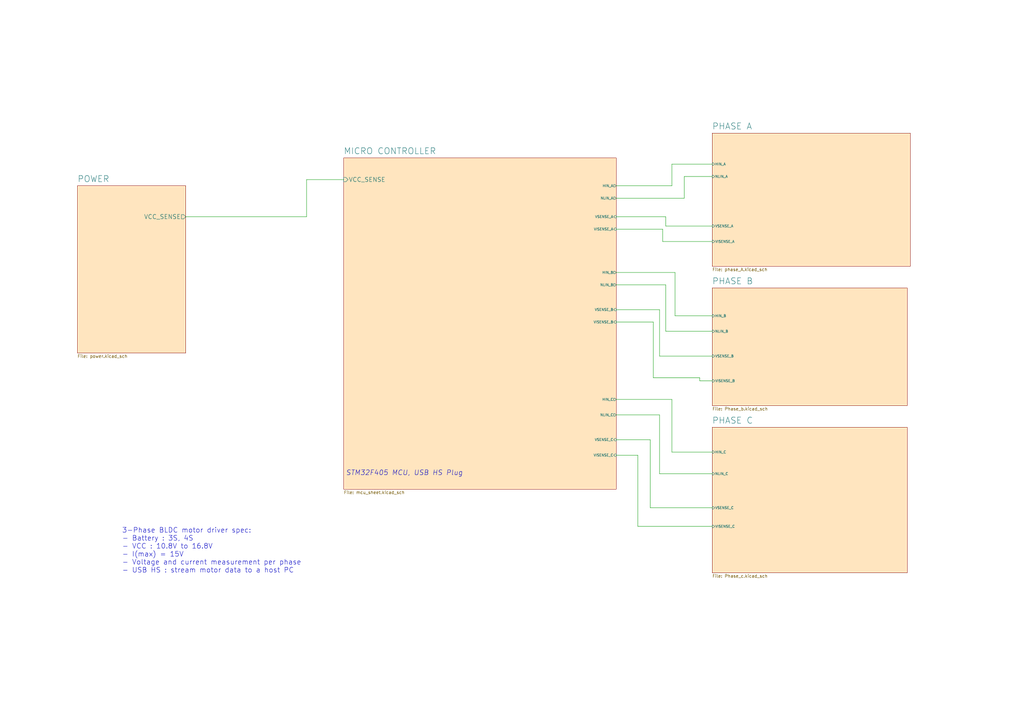
<source format=kicad_sch>
(kicad_sch
	(version 20231120)
	(generator "eeschema")
	(generator_version "8.0")
	(uuid "73b59947-3dcc-4e38-bfed-ceda73ea509d")
	(paper "A3")
	(lib_symbols)
	(wire
		(pts
			(xy 270.51 170.18) (xy 270.51 194.31)
		)
		(stroke
			(width 0)
			(type default)
		)
		(uuid "095c1d9e-651c-4218-9f9a-e8bc23ee9942")
	)
	(wire
		(pts
			(xy 266.7 180.34) (xy 266.7 208.28)
		)
		(stroke
			(width 0)
			(type default)
		)
		(uuid "0a1380bf-9321-45b5-afd0-d3690d15c8af")
	)
	(wire
		(pts
			(xy 270.51 146.05) (xy 292.1 146.05)
		)
		(stroke
			(width 0)
			(type default)
		)
		(uuid "0a344226-b1ee-4777-847d-54f9b1f8381c")
	)
	(wire
		(pts
			(xy 276.86 129.54) (xy 292.1 129.54)
		)
		(stroke
			(width 0)
			(type default)
		)
		(uuid "11f01534-dcfd-489f-b7ab-3c302bff4920")
	)
	(wire
		(pts
			(xy 275.59 67.31) (xy 292.1 67.31)
		)
		(stroke
			(width 0)
			(type default)
		)
		(uuid "1756c1da-d6bd-4f87-a4d6-bc4893ce0113")
	)
	(wire
		(pts
			(xy 252.73 88.9) (xy 273.05 88.9)
		)
		(stroke
			(width 0)
			(type default)
		)
		(uuid "20519ff3-0346-416a-b422-3a987935be7b")
	)
	(wire
		(pts
			(xy 252.73 111.76) (xy 276.86 111.76)
		)
		(stroke
			(width 0)
			(type default)
		)
		(uuid "292871e4-308e-45ce-9ddf-938b09ea48f1")
	)
	(wire
		(pts
			(xy 273.05 135.89) (xy 292.1 135.89)
		)
		(stroke
			(width 0)
			(type default)
		)
		(uuid "32ffc039-16da-4ecd-91f0-9ea707db2417")
	)
	(wire
		(pts
			(xy 252.73 186.69) (xy 261.62 186.69)
		)
		(stroke
			(width 0)
			(type default)
		)
		(uuid "3739500f-6795-4697-aa2b-ab472e3aab49")
	)
	(wire
		(pts
			(xy 271.78 93.98) (xy 271.78 99.06)
		)
		(stroke
			(width 0)
			(type default)
		)
		(uuid "3ba2d1d3-e51a-4fad-bf58-722d37a648a0")
	)
	(wire
		(pts
			(xy 252.73 81.28) (xy 280.67 81.28)
		)
		(stroke
			(width 0)
			(type default)
		)
		(uuid "434347f5-2404-48c5-a33c-c155f2dd0899")
	)
	(wire
		(pts
			(xy 252.73 163.83) (xy 275.59 163.83)
		)
		(stroke
			(width 0)
			(type default)
		)
		(uuid "5276c199-1329-4761-a6a4-741f095ee088")
	)
	(wire
		(pts
			(xy 280.67 81.28) (xy 280.67 72.39)
		)
		(stroke
			(width 0)
			(type default)
		)
		(uuid "56b1b45d-e6c8-4eba-a999-50fbc6cab920")
	)
	(wire
		(pts
			(xy 252.73 93.98) (xy 271.78 93.98)
		)
		(stroke
			(width 0)
			(type default)
		)
		(uuid "5b11b29b-b236-4cf8-a65d-245ebc8d3f16")
	)
	(wire
		(pts
			(xy 125.73 73.66) (xy 140.97 73.66)
		)
		(stroke
			(width 0)
			(type default)
		)
		(uuid "61b3200e-b16b-4f4c-9b70-e8f68be230d4")
	)
	(wire
		(pts
			(xy 275.59 185.42) (xy 292.1 185.42)
		)
		(stroke
			(width 0)
			(type default)
		)
		(uuid "6487f9f8-d913-4f44-8875-6d69ea994769")
	)
	(wire
		(pts
			(xy 125.73 88.9) (xy 125.73 73.66)
		)
		(stroke
			(width 0)
			(type default)
		)
		(uuid "69efcdad-2594-4c66-a0e1-26e1bbbf3f5d")
	)
	(wire
		(pts
			(xy 267.97 154.94) (xy 287.02 154.94)
		)
		(stroke
			(width 0)
			(type default)
		)
		(uuid "6b95799b-7ebb-4444-ba27-44900473df40")
	)
	(wire
		(pts
			(xy 287.02 154.94) (xy 287.02 156.21)
		)
		(stroke
			(width 0)
			(type default)
		)
		(uuid "6e9aecaa-8b5d-4e1a-a0a6-bbf199368966")
	)
	(wire
		(pts
			(xy 252.73 170.18) (xy 270.51 170.18)
		)
		(stroke
			(width 0)
			(type default)
		)
		(uuid "7261dc17-9d7d-4226-b59b-2d493320f6fc")
	)
	(wire
		(pts
			(xy 275.59 163.83) (xy 275.59 185.42)
		)
		(stroke
			(width 0)
			(type default)
		)
		(uuid "73c7fdbe-6118-48bf-91ea-84b015b64a2a")
	)
	(wire
		(pts
			(xy 261.62 186.69) (xy 261.62 215.9)
		)
		(stroke
			(width 0)
			(type default)
		)
		(uuid "74e1c1fc-40bd-4086-9238-2da63ab8274c")
	)
	(wire
		(pts
			(xy 275.59 76.2) (xy 275.59 67.31)
		)
		(stroke
			(width 0)
			(type default)
		)
		(uuid "750b429e-7d40-4cc5-8b2e-957dad4e09c5")
	)
	(wire
		(pts
			(xy 252.73 127) (xy 270.51 127)
		)
		(stroke
			(width 0)
			(type default)
		)
		(uuid "79be3934-61c2-4dd6-9bea-02192de05020")
	)
	(wire
		(pts
			(xy 252.73 76.2) (xy 275.59 76.2)
		)
		(stroke
			(width 0)
			(type default)
		)
		(uuid "7c15e79c-5969-4632-ac1e-99d4659eaae1")
	)
	(wire
		(pts
			(xy 287.02 156.21) (xy 292.1 156.21)
		)
		(stroke
			(width 0)
			(type default)
		)
		(uuid "7d5137a3-d5f0-4737-a9bc-8d905d4e50d6")
	)
	(wire
		(pts
			(xy 252.73 132.08) (xy 267.97 132.08)
		)
		(stroke
			(width 0)
			(type default)
		)
		(uuid "8cac66ad-f4ab-4ab4-843b-32b95d239003")
	)
	(wire
		(pts
			(xy 252.73 116.84) (xy 273.05 116.84)
		)
		(stroke
			(width 0)
			(type default)
		)
		(uuid "97df5ff4-1640-4db1-bb2d-14653515a11b")
	)
	(wire
		(pts
			(xy 261.62 215.9) (xy 292.1 215.9)
		)
		(stroke
			(width 0)
			(type default)
		)
		(uuid "9ba7bfe3-235e-463c-aece-beda16e8aa53")
	)
	(wire
		(pts
			(xy 271.78 99.06) (xy 292.1 99.06)
		)
		(stroke
			(width 0)
			(type default)
		)
		(uuid "ad3e20af-906e-4a1d-b79d-68c785022462")
	)
	(wire
		(pts
			(xy 270.51 194.31) (xy 292.1 194.31)
		)
		(stroke
			(width 0)
			(type default)
		)
		(uuid "b032c050-162b-42fb-92ea-fc7e9547c545")
	)
	(wire
		(pts
			(xy 273.05 92.71) (xy 292.1 92.71)
		)
		(stroke
			(width 0)
			(type default)
		)
		(uuid "b4f0e412-7c5d-4ea1-9377-74c90c71bb44")
	)
	(wire
		(pts
			(xy 76.2 88.9) (xy 125.73 88.9)
		)
		(stroke
			(width 0)
			(type default)
		)
		(uuid "b522dafc-340e-4423-a732-126d7995d663")
	)
	(wire
		(pts
			(xy 276.86 111.76) (xy 276.86 129.54)
		)
		(stroke
			(width 0)
			(type default)
		)
		(uuid "b99e5bff-c9df-434d-b0d3-cf578b5a912e")
	)
	(wire
		(pts
			(xy 267.97 132.08) (xy 267.97 154.94)
		)
		(stroke
			(width 0)
			(type default)
		)
		(uuid "cb77c555-cecf-4d7d-98ef-c1160ebca85a")
	)
	(wire
		(pts
			(xy 280.67 72.39) (xy 292.1 72.39)
		)
		(stroke
			(width 0)
			(type default)
		)
		(uuid "d6e384f4-c915-4d0f-9efe-89099bd692ed")
	)
	(wire
		(pts
			(xy 273.05 88.9) (xy 273.05 92.71)
		)
		(stroke
			(width 0)
			(type default)
		)
		(uuid "d9bbb640-2d01-498d-a6de-4cae73be656b")
	)
	(wire
		(pts
			(xy 266.7 208.28) (xy 292.1 208.28)
		)
		(stroke
			(width 0)
			(type default)
		)
		(uuid "dd40a942-9753-48c6-bd00-7dae01856f60")
	)
	(wire
		(pts
			(xy 252.73 180.34) (xy 266.7 180.34)
		)
		(stroke
			(width 0)
			(type default)
		)
		(uuid "e42a257f-caab-4b3a-9d35-d9d6d3035ac9")
	)
	(wire
		(pts
			(xy 273.05 116.84) (xy 273.05 135.89)
		)
		(stroke
			(width 0)
			(type default)
		)
		(uuid "f9d721d1-d15c-4e9a-a5f6-76e264a464ec")
	)
	(wire
		(pts
			(xy 270.51 127) (xy 270.51 146.05)
		)
		(stroke
			(width 0)
			(type default)
		)
		(uuid "fd2777b9-83f2-4d50-bc78-ae5739390507")
	)
	(text "3-Phase BLDC motor driver spec:\n- Battery : 3S, 4S\n- VCC : 10.8V to 16.8V\n- I(max) = 15V\n- Voltage and current measurement per phase\n- USB HS : stream motor data to a host PC"
		(exclude_from_sim no)
		(at 50.038 225.806 0)
		(effects
			(font
				(size 2.032 2.032)
			)
			(justify left)
		)
		(uuid "2f7cea2e-8685-435e-b3fe-bf74eb4c9605")
	)
	(text "STM32F405 MCU, USB HS Plug"
		(exclude_from_sim no)
		(at 165.862 194.056 0)
		(effects
			(font
				(size 2.032 2.032)
				(italic yes)
			)
		)
		(uuid "33090657-7bb7-4155-90c9-d4e18ba2fc64")
	)
	(sheet
		(at 292.1 175.26)
		(size 80.01 59.69)
		(fields_autoplaced yes)
		(stroke
			(width 0.1524)
			(type solid)
		)
		(fill
			(color 255 229 191 1.0000)
		)
		(uuid "21ab623b-3fdd-4de4-95ee-8adb69095c87")
		(property "Sheetname" "PHASE C"
			(at 292.1 173.9134 0)
			(effects
				(font
					(size 2.54 2.54)
				)
				(justify left bottom)
			)
		)
		(property "Sheetfile" "Phase_c.kicad_sch"
			(at 292.1 235.5346 0)
			(effects
				(font
					(size 1.27 1.27)
				)
				(justify left top)
			)
		)
		(pin "VISENSE_C" input
			(at 292.1 215.9 180)
			(effects
				(font
					(size 1.016 1.016)
				)
				(justify left)
			)
			(uuid "88db8ac2-52a0-4b51-aff4-dbeb305885c6")
		)
		(pin "HIN_C" input
			(at 292.1 185.42 180)
			(effects
				(font
					(size 1.016 1.016)
				)
				(justify left)
			)
			(uuid "c816a091-b6e0-47f9-a26c-fb4018501541")
		)
		(pin "NLIN_C" input
			(at 292.1 194.31 180)
			(effects
				(font
					(size 1.016 1.016)
				)
				(justify left)
			)
			(uuid "2ed3b060-1850-4650-a825-2caa8c09c74d")
		)
		(pin "VSENSE_C" input
			(at 292.1 208.28 180)
			(effects
				(font
					(size 1.016 1.016)
				)
				(justify left)
			)
			(uuid "ee2deda2-203b-481a-8212-0263762a360a")
		)
		(instances
			(project "ESC_motor_controller"
				(path "/73b59947-3dcc-4e38-bfed-ceda73ea509d"
					(page "5")
				)
			)
		)
	)
	(sheet
		(at 292.1 118.11)
		(size 80.01 48.26)
		(fields_autoplaced yes)
		(stroke
			(width 0.1524)
			(type solid)
		)
		(fill
			(color 255 229 191 1.0000)
		)
		(uuid "58a10393-03bf-4140-9d1d-7332051f4bb6")
		(property "Sheetname" "PHASE B"
			(at 292.1 116.7634 0)
			(effects
				(font
					(size 2.54 2.54)
				)
				(justify left bottom)
			)
		)
		(property "Sheetfile" "Phase_b.kicad_sch"
			(at 292.1 166.9546 0)
			(effects
				(font
					(size 1.27 1.27)
				)
				(justify left top)
			)
		)
		(pin "HIN_B" input
			(at 292.1 129.54 180)
			(effects
				(font
					(size 1.016 1.016)
				)
				(justify left)
			)
			(uuid "bf6f4aa7-e61f-4794-9dd5-2a35953c4c7a")
		)
		(pin "NLIN_B" input
			(at 292.1 135.89 180)
			(effects
				(font
					(size 1.016 1.016)
				)
				(justify left)
			)
			(uuid "328fea72-b1c3-4399-b771-d9e7fddc581b")
		)
		(pin "VSENSE_B" input
			(at 292.1 146.05 180)
			(effects
				(font
					(size 1.016 1.016)
				)
				(justify left)
			)
			(uuid "35593a60-cf13-49d0-a9b3-214555e3e75a")
		)
		(pin "VISENSE_B" input
			(at 292.1 156.21 180)
			(effects
				(font
					(size 1.016 1.016)
				)
				(justify left)
			)
			(uuid "907b760a-05b6-4dde-9283-12a2ceddaf00")
		)
		(instances
			(project "ESC_motor_controller"
				(path "/73b59947-3dcc-4e38-bfed-ceda73ea509d"
					(page "4")
				)
			)
		)
	)
	(sheet
		(at 31.75 76.2)
		(size 44.45 68.58)
		(fields_autoplaced yes)
		(stroke
			(width 0.1524)
			(type solid)
		)
		(fill
			(color 255 229 191 1.0000)
		)
		(uuid "5cdf1cff-544a-466d-9555-0d871c3effe5")
		(property "Sheetname" "POWER"
			(at 31.75 74.8534 0)
			(effects
				(font
					(size 2.54 2.54)
				)
				(justify left bottom)
			)
		)
		(property "Sheetfile" "power.kicad_sch"
			(at 31.75 145.3646 0)
			(effects
				(font
					(size 1.27 1.27)
				)
				(justify left top)
			)
		)
		(pin "VCC_SENSE" output
			(at 76.2 88.9 0)
			(effects
				(font
					(size 1.778 1.778)
				)
				(justify right)
			)
			(uuid "7f1a0cc9-905c-40a7-9f1f-49052606fecb")
		)
		(instances
			(project "ESC_motor_controller"
				(path "/73b59947-3dcc-4e38-bfed-ceda73ea509d"
					(page "1")
				)
			)
		)
	)
	(sheet
		(at 292.1 54.61)
		(size 81.28 54.61)
		(fields_autoplaced yes)
		(stroke
			(width 0.1524)
			(type solid)
		)
		(fill
			(color 255 229 191 1.0000)
		)
		(uuid "9188857e-844e-42da-b347-0e5153abaa5e")
		(property "Sheetname" "PHASE A"
			(at 292.1 53.2634 0)
			(effects
				(font
					(size 2.54 2.54)
				)
				(justify left bottom)
			)
		)
		(property "Sheetfile" "phase_A.kicad_sch"
			(at 292.1 109.8046 0)
			(effects
				(font
					(size 1.27 1.27)
				)
				(justify left top)
			)
		)
		(pin "VSENSE_A" input
			(at 292.1 92.71 180)
			(effects
				(font
					(size 1.016 1.016)
				)
				(justify left)
			)
			(uuid "b246a04f-9f34-4b6d-9336-f2829712c5af")
		)
		(pin "VISENSE_A" input
			(at 292.1 99.06 180)
			(effects
				(font
					(size 1.016 1.016)
				)
				(justify left)
			)
			(uuid "e3738ac3-5a94-418b-bf56-8a727117b53b")
		)
		(pin "HIN_A" input
			(at 292.1 67.31 180)
			(effects
				(font
					(size 1.016 1.016)
				)
				(justify left)
			)
			(uuid "40f35d4e-4c27-4a06-ba79-fc47c2b5eeef")
		)
		(pin "NLIN_A" input
			(at 292.1 72.39 180)
			(effects
				(font
					(size 1.016 1.016)
				)
				(justify left)
			)
			(uuid "94c501d3-8f34-4bfb-8d99-c626ea040cfe")
		)
		(instances
			(project "ESC_motor_controller"
				(path "/73b59947-3dcc-4e38-bfed-ceda73ea509d"
					(page "3")
				)
			)
		)
	)
	(sheet
		(at 140.97 64.77)
		(size 111.76 135.89)
		(fields_autoplaced yes)
		(stroke
			(width 0.1524)
			(type solid)
		)
		(fill
			(color 255 229 191 1.0000)
		)
		(uuid "bdea7eff-d965-4b74-80b5-7b620ed7ab6f")
		(property "Sheetname" "MICRO CONTROLLER"
			(at 140.97 63.4234 0)
			(effects
				(font
					(size 2.54 2.54)
				)
				(justify left bottom)
			)
		)
		(property "Sheetfile" "mcu_sheet.kicad_sch"
			(at 140.97 201.2446 0)
			(effects
				(font
					(size 1.27 1.27)
				)
				(justify left top)
			)
		)
		(pin "VSENSE_C" input
			(at 252.73 180.34 0)
			(effects
				(font
					(size 1.016 1.016)
				)
				(justify right)
			)
			(uuid "1d5324dd-e8e9-41ab-b222-7ddafc140952")
		)
		(pin "VISENSE_B" input
			(at 252.73 132.08 0)
			(effects
				(font
					(size 1.016 1.016)
				)
				(justify right)
			)
			(uuid "30be6cb2-a8aa-49d8-b39d-d6c4e0a0d0c8")
		)
		(pin "NLIN_A" output
			(at 252.73 81.28 0)
			(effects
				(font
					(size 1.016 1.016)
				)
				(justify right)
			)
			(uuid "b6d4163e-ddcb-452e-ae83-380b10894edd")
		)
		(pin "HIN_A" output
			(at 252.73 76.2 0)
			(effects
				(font
					(size 1.016 1.016)
				)
				(justify right)
			)
			(uuid "69d9e31c-cf60-497e-8c5c-da26ecce9038")
		)
		(pin "HIN_C" output
			(at 252.73 163.83 0)
			(effects
				(font
					(size 1.016 1.016)
				)
				(justify right)
			)
			(uuid "902960c6-cdcf-4f27-9682-a3fc6be31862")
		)
		(pin "HIN_B" output
			(at 252.73 111.76 0)
			(effects
				(font
					(size 1.016 1.016)
				)
				(justify right)
			)
			(uuid "e6fd1180-5782-44d5-98e8-4eaa2e503dbe")
		)
		(pin "VISENSE_A" input
			(at 252.73 93.98 0)
			(effects
				(font
					(size 1.016 1.016)
				)
				(justify right)
			)
			(uuid "76a80a0c-373b-44e8-841e-867d206abdf2")
		)
		(pin "NLIN_B" output
			(at 252.73 116.84 0)
			(effects
				(font
					(size 1.016 1.016)
				)
				(justify right)
			)
			(uuid "e915508b-68be-4937-a2b2-c0fe9a171df0")
		)
		(pin "NLIN_C" output
			(at 252.73 170.18 0)
			(effects
				(font
					(size 1.016 1.016)
				)
				(justify right)
			)
			(uuid "e1e478a2-e9e1-469a-aae1-656a4fe46f75")
		)
		(pin "VCC_SENSE" input
			(at 140.97 73.66 180)
			(effects
				(font
					(size 1.778 1.778)
				)
				(justify left)
			)
			(uuid "c40bb6bd-aef7-4035-9766-7c61149bbb3a")
		)
		(pin "VISENSE_C" input
			(at 252.73 186.69 0)
			(effects
				(font
					(size 1.016 1.016)
				)
				(justify right)
			)
			(uuid "2594a0d6-1086-439b-9a6e-3756585e142b")
		)
		(pin "VSENSE_B" input
			(at 252.73 127 0)
			(effects
				(font
					(size 1.016 1.016)
				)
				(justify right)
			)
			(uuid "1eccfdf6-432c-4b2f-bbaa-51781d95e9e4")
		)
		(pin "VSENSE_A" input
			(at 252.73 88.9 0)
			(effects
				(font
					(size 1.016 1.016)
				)
				(justify right)
			)
			(uuid "194e7375-2cc5-4f8b-8796-cfb1b1c00b53")
		)
		(instances
			(project "ESC_motor_controller"
				(path "/73b59947-3dcc-4e38-bfed-ceda73ea509d"
					(page "2")
				)
			)
		)
	)
	(sheet_instances
		(path "/"
			(page "1")
		)
	)
)

</source>
